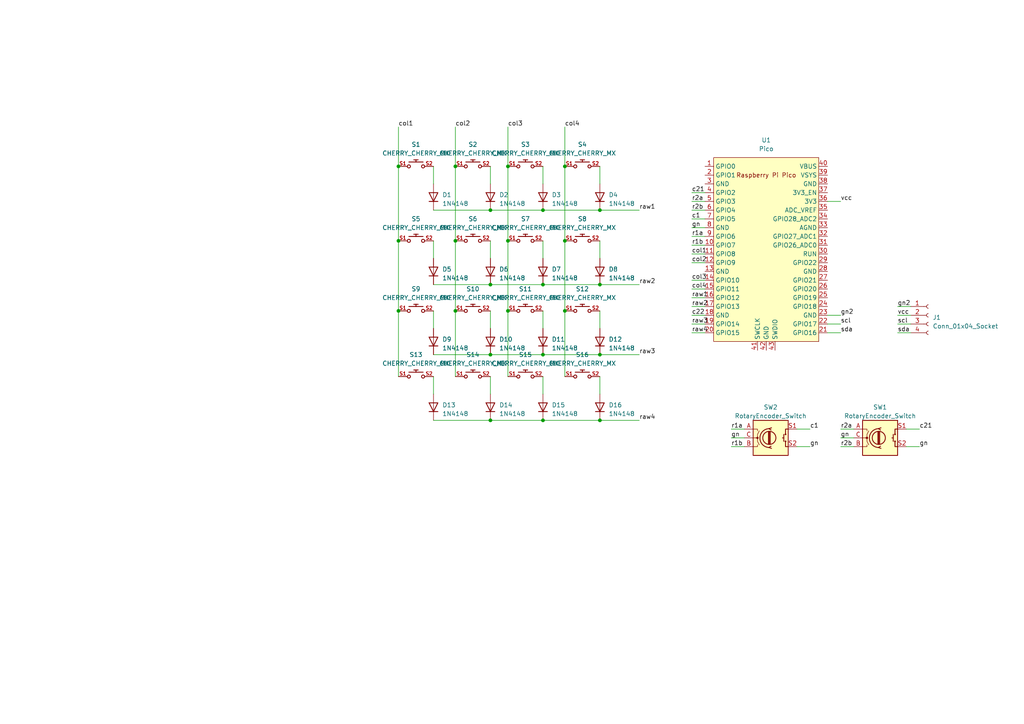
<source format=kicad_sch>
(kicad_sch (version 20230121) (generator eeschema)
  (paper "A4")
  (lib_symbols
    (symbol "CHERRY_CHERRY_MX:CHERRY_CHERRY_MX" (pin_names (offset 1.016))
      (property "Reference" "S" (at -5.08 2.54 0))
      (property "Value" "CHERRY_CHERRY_MX" (at -5.08 -2.54 0))
      (symbol "CHERRY_CHERRY_MX_0_0"
        (circle (center -2.0638 0) (radius 0.449) (stroke (width 0.254)))
        (polyline (pts (xy -2.0638 1.27) (xy 0 1.27)) (stroke (width 0.254)))
        (polyline (pts (xy 0 1.27) (xy 0 1.905)) (stroke (width 0.254)))
        (polyline (pts (xy 0 1.27) (xy 2.0638 1.27)) (stroke (width 0.254)))
        (polyline (pts (xy 0 1.905) (xy -0.635 1.905)) (stroke (width 0.254)))
        (polyline (pts (xy 0 1.905) (xy 0.635 1.905)) (stroke (width 0.254)))
        (circle (center 2.0638 0) (radius 0.449) (stroke (width 0.254)))
        (pin passive line (at -5.08 0 0) (length 2.54) (name "~") (number "S1"))
        (pin passive line (at 5.08 0 180) (length 2.54) (name "~") (number "S2"))
      )
    )
    (symbol "Connector:Conn_01x04_Socket" (pin_names (offset 1.016) hide)
      (property "Reference" "J" (at 0 5.08 0))
      (property "Value" "Conn_01x04_Socket" (at 0 -7.62 0))
      (symbol "Conn_01x04_Socket_1_1"
        (arc (start 0 -4.572) (mid -0.5058 -5.08) (end 0 -5.588) (stroke (width 0.1524)))
        (arc (start 0 -2.032) (mid -0.5058 -2.54) (end 0 -3.048) (stroke (width 0.1524)))
        (polyline (pts (xy -1.27 -5.08) (xy -0.508 -5.08)) (stroke (width 0.1524)))
        (polyline (pts (xy -1.27 -2.54) (xy -0.508 -2.54)) (stroke (width 0.1524)))
        (polyline (pts (xy -1.27 0) (xy -0.508 0)) (stroke (width 0.1524)))
        (polyline (pts (xy -1.27 2.54) (xy -0.508 2.54)) (stroke (width 0.1524)))
        (arc (start 0 0.508) (mid -0.5058 0) (end 0 -0.508) (stroke (width 0.1524)))
        (arc (start 0 3.048) (mid -0.5058 2.54) (end 0 2.032) (stroke (width 0.1524)))
        (pin passive line (at -5.08 2.54 0) (length 3.81) (name "Pin_1") (number "1"))
        (pin passive line (at -5.08 0 0) (length 3.81) (name "Pin_2") (number "2"))
        (pin passive line (at -5.08 -2.54 0) (length 3.81) (name "Pin_3") (number "3"))
        (pin passive line (at -5.08 -5.08 0) (length 3.81) (name "Pin_4") (number "4"))
      )
    )
    (symbol "Device:RotaryEncoder_Switch" (pin_names (offset 0.254) hide)
      (property "Reference" "SW" (at 0 6.604 0))
      (property "Value" "RotaryEncoder_Switch" (at 0 -6.604 0))
      (symbol "RotaryEncoder_Switch_0_1"
        (rectangle (start -5.08 5.08) (end 5.08 -5.08) (stroke (width 0.254)) (fill (type background)))
        (circle (center -3.81 0) (radius 0.254) (fill (type outline)))
        (circle (center -0.381 0) (radius 1.905) (stroke (width 0.254)))
        (arc (start -0.381 2.667) (mid -3.0988 -0.0635) (end -0.381 -2.794) (stroke (width 0.254)))
        (polyline (pts (xy -0.635 -1.778) (xy -0.635 1.778)) (stroke (width 0.254)))
        (polyline (pts (xy -0.381 -1.778) (xy -0.381 1.778)) (stroke (width 0.254)))
        (polyline (pts (xy -0.127 1.778) (xy -0.127 -1.778)) (stroke (width 0.254)))
        (polyline (pts (xy 3.81 0) (xy 3.429 0)) (stroke (width 0.254)))
        (polyline (pts (xy 3.81 1.016) (xy 3.81 -1.016)) (stroke (width 0.254)))
        (polyline (pts (xy -5.08 -2.54) (xy -3.81 -2.54) (xy -3.81 -2.032)))
        (polyline (pts (xy -5.08 2.54) (xy -3.81 2.54) (xy -3.81 2.032)))
        (polyline (pts (xy 0.254 -3.048) (xy -0.508 -2.794) (xy 0.127 -2.413)) (stroke (width 0.254)))
        (polyline (pts (xy 0.254 2.921) (xy -0.508 2.667) (xy 0.127 2.286)) (stroke (width 0.254)))
        (polyline (pts (xy 5.08 -2.54) (xy 4.318 -2.54) (xy 4.318 -1.016)) (stroke (width 0.254)))
        (polyline (pts (xy 5.08 2.54) (xy 4.318 2.54) (xy 4.318 1.016)) (stroke (width 0.254)))
        (polyline (pts (xy -5.08 0) (xy -3.81 0) (xy -3.81 -1.016) (xy -3.302 -2.032)))
        (polyline (pts (xy -4.318 0) (xy -3.81 0) (xy -3.81 1.016) (xy -3.302 2.032)))
        (circle (center 4.318 -1.016) (radius 0.127) (stroke (width 0.254)))
        (circle (center 4.318 1.016) (radius 0.127) (stroke (width 0.254)))
      )
      (symbol "RotaryEncoder_Switch_1_1"
        (pin passive line (at -7.62 2.54 0) (length 2.54) (name "A") (number "A"))
        (pin passive line (at -7.62 -2.54 0) (length 2.54) (name "B") (number "B"))
        (pin passive line (at -7.62 0 0) (length 2.54) (name "C") (number "C"))
        (pin passive line (at 7.62 2.54 180) (length 2.54) (name "S1") (number "S1"))
        (pin passive line (at 7.62 -2.54 180) (length 2.54) (name "S2") (number "S2"))
      )
    )
    (symbol "Diode:1N4148" (pin_numbers hide) (pin_names hide)
      (property "Reference" "D" (at 0 2.54 0))
      (property "Value" "1N4148" (at 0 -2.54 0))
      (symbol "1N4148_0_1"
        (polyline (pts (xy -1.27 1.27) (xy -1.27 -1.27)) (stroke (width 0.254)))
        (polyline (pts (xy 1.27 0) (xy -1.27 0)))
        (polyline (pts (xy 1.27 1.27) (xy 1.27 -1.27) (xy -1.27 0) (xy 1.27 1.27)) (stroke (width 0.254)))
      )
      (symbol "1N4148_1_1"
        (pin passive line (at -3.81 0 0) (length 2.54) (name "K") (number "1"))
        (pin passive line (at 3.81 0 180) (length 2.54) (name "A") (number "2"))
      )
    )
    (symbol "MCU_RaspberryPi_and_Boards:Pico"
      (property "Reference" "U" (at -13.97 27.94 0))
      (property "Value" "Pico" (at 0 19.05 0))
      (symbol "Pico_0_0"
        (text "Raspberry Pi Pico" (at 0 21.59 0) (effects (font (size 1.27 1.27))))
      )
      (symbol "Pico_0_1"
        (rectangle (start -15.24 26.67) (end 15.24 -26.67) (fill (type background)))
      )
      (symbol "Pico_1_1"
        (pin bidirectional line (at -17.78 24.13 0) (length 2.54) (name "GPIO0") (number "1"))
        (pin bidirectional line (at -17.78 1.27 0) (length 2.54) (name "GPIO7") (number "10"))
        (pin bidirectional line (at -17.78 -1.27 0) (length 2.54) (name "GPIO8") (number "11"))
        (pin bidirectional line (at -17.78 -3.81 0) (length 2.54) (name "GPIO9") (number "12"))
        (pin power_in line (at -17.78 -6.35 0) (length 2.54) (name "GND") (number "13"))
        (pin bidirectional line (at -17.78 -8.89 0) (length 2.54) (name "GPIO10") (number "14"))
        (pin bidirectional line (at -17.78 -11.43 0) (length 2.54) (name "GPIO11") (number "15"))
        (pin bidirectional line (at -17.78 -13.97 0) (length 2.54) (name "GPIO12") (number "16"))
        (pin bidirectional line (at -17.78 -16.51 0) (length 2.54) (name "GPIO13") (number "17"))
        (pin power_in line (at -17.78 -19.05 0) (length 2.54) (name "GND") (number "18"))
        (pin bidirectional line (at -17.78 -21.59 0) (length 2.54) (name "GPIO14") (number "19"))
        (pin bidirectional line (at -17.78 21.59 0) (length 2.54) (name "GPIO1") (number "2"))
        (pin bidirectional line (at -17.78 -24.13 0) (length 2.54) (name "GPIO15") (number "20"))
        (pin bidirectional line (at 17.78 -24.13 180) (length 2.54) (name "GPIO16") (number "21"))
        (pin bidirectional line (at 17.78 -21.59 180) (length 2.54) (name "GPIO17") (number "22"))
        (pin power_in line (at 17.78 -19.05 180) (length 2.54) (name "GND") (number "23"))
        (pin bidirectional line (at 17.78 -16.51 180) (length 2.54) (name "GPIO18") (number "24"))
        (pin bidirectional line (at 17.78 -13.97 180) (length 2.54) (name "GPIO19") (number "25"))
        (pin bidirectional line (at 17.78 -11.43 180) (length 2.54) (name "GPIO20") (number "26"))
        (pin bidirectional line (at 17.78 -8.89 180) (length 2.54) (name "GPIO21") (number "27"))
        (pin power_in line (at 17.78 -6.35 180) (length 2.54) (name "GND") (number "28"))
        (pin bidirectional line (at 17.78 -3.81 180) (length 2.54) (name "GPIO22") (number "29"))
        (pin power_in line (at -17.78 19.05 0) (length 2.54) (name "GND") (number "3"))
        (pin input line (at 17.78 -1.27 180) (length 2.54) (name "RUN") (number "30"))
        (pin bidirectional line (at 17.78 1.27 180) (length 2.54) (name "GPIO26_ADC0") (number "31"))
        (pin bidirectional line (at 17.78 3.81 180) (length 2.54) (name "GPIO27_ADC1") (number "32"))
        (pin power_in line (at 17.78 6.35 180) (length 2.54) (name "AGND") (number "33"))
        (pin bidirectional line (at 17.78 8.89 180) (length 2.54) (name "GPIO28_ADC2") (number "34"))
        (pin power_in line (at 17.78 11.43 180) (length 2.54) (name "ADC_VREF") (number "35"))
        (pin power_in line (at 17.78 13.97 180) (length 2.54) (name "3V3") (number "36"))
        (pin input line (at 17.78 16.51 180) (length 2.54) (name "3V3_EN") (number "37"))
        (pin bidirectional line (at 17.78 19.05 180) (length 2.54) (name "GND") (number "38"))
        (pin power_in line (at 17.78 21.59 180) (length 2.54) (name "VSYS") (number "39"))
        (pin bidirectional line (at -17.78 16.51 0) (length 2.54) (name "GPIO2") (number "4"))
        (pin power_in line (at 17.78 24.13 180) (length 2.54) (name "VBUS") (number "40"))
        (pin input line (at -2.54 -29.21 90) (length 2.54) (name "SWCLK") (number "41"))
        (pin power_in line (at 0 -29.21 90) (length 2.54) (name "GND") (number "42"))
        (pin bidirectional line (at 2.54 -29.21 90) (length 2.54) (name "SWDIO") (number "43"))
        (pin bidirectional line (at -17.78 13.97 0) (length 2.54) (name "GPIO3") (number "5"))
        (pin bidirectional line (at -17.78 11.43 0) (length 2.54) (name "GPIO4") (number "6"))
        (pin bidirectional line (at -17.78 8.89 0) (length 2.54) (name "GPIO5") (number "7"))
        (pin power_in line (at -17.78 6.35 0) (length 2.54) (name "GND") (number "8"))
        (pin bidirectional line (at -17.78 3.81 0) (length 2.54) (name "GPIO6") (number "9"))
      )
    )
  )
  (junction (at 115.57 69.85))
  (junction (at 157.48 82.55))
  (junction (at 157.48 121.92))
  (junction (at 173.99 121.92))
  (junction (at 147.32 69.85))
  (junction (at 173.99 60.96))
  (junction (at 132.08 90.17))
  (junction (at 157.48 102.87))
  (junction (at 163.83 48.26))
  (junction (at 147.32 90.17))
  (junction (at 115.57 90.17))
  (junction (at 157.48 60.96))
  (junction (at 173.99 82.55))
  (junction (at 142.24 82.55))
  (junction (at 163.83 90.17))
  (junction (at 142.24 121.92))
  (junction (at 147.32 48.26))
  (junction (at 115.57 48.26))
  (junction (at 163.83 69.85))
  (junction (at 173.99 102.87))
  (junction (at 132.08 48.26))
  (junction (at 132.08 69.85))
  (junction (at 142.24 102.87))
  (junction (at 142.24 60.96))
  (wire (pts (xy 125.73 82.55) (xy 142.24 82.55)))
  (wire (pts (xy 142.24 48.26) (xy 142.24 53.34)))
  (wire (pts (xy 115.57 69.85) (xy 115.57 90.17)))
  (wire (pts (xy 200.66 71.12) (xy 204.47 71.12)))
  (wire (pts (xy 212.09 127) (xy 215.9 127)))
  (wire (pts (xy 243.84 129.54) (xy 247.65 129.54)))
  (wire (pts (xy 132.08 48.26) (xy 132.08 69.85)))
  (wire (pts (xy 231.14 124.46) (xy 234.95 124.46)))
  (wire (pts (xy 142.24 102.87) (xy 157.48 102.87)))
  (wire (pts (xy 125.73 121.92) (xy 142.24 121.92)))
  (wire (pts (xy 173.99 121.92) (xy 185.42 121.92)))
  (wire (pts (xy 125.73 90.17) (xy 125.73 95.25)))
  (wire (pts (xy 147.32 69.85) (xy 147.32 90.17)))
  (wire (pts (xy 125.73 60.96) (xy 142.24 60.96)))
  (wire (pts (xy 163.83 69.85) (xy 163.83 90.17)))
  (wire (pts (xy 200.66 68.58) (xy 204.47 68.58)))
  (wire (pts (xy 157.48 109.22) (xy 157.48 114.3)))
  (wire (pts (xy 115.57 36.83) (xy 115.57 48.26)))
  (wire (pts (xy 147.32 48.26) (xy 147.32 69.85)))
  (wire (pts (xy 240.03 93.98) (xy 243.84 93.98)))
  (wire (pts (xy 200.66 73.66) (xy 204.47 73.66)))
  (wire (pts (xy 200.66 83.82) (xy 204.47 83.82)))
  (wire (pts (xy 115.57 90.17) (xy 115.57 109.22)))
  (wire (pts (xy 173.99 102.87) (xy 185.42 102.87)))
  (wire (pts (xy 163.83 90.17) (xy 163.83 109.22)))
  (wire (pts (xy 260.35 96.52) (xy 264.16 96.52)))
  (wire (pts (xy 157.48 69.85) (xy 157.48 74.93)))
  (wire (pts (xy 231.14 129.54) (xy 234.95 129.54)))
  (wire (pts (xy 200.66 76.2) (xy 204.47 76.2)))
  (wire (pts (xy 173.99 48.26) (xy 173.99 53.34)))
  (wire (pts (xy 142.24 69.85) (xy 142.24 74.93)))
  (wire (pts (xy 212.09 124.46) (xy 215.9 124.46)))
  (wire (pts (xy 173.99 82.55) (xy 185.42 82.55)))
  (wire (pts (xy 125.73 102.87) (xy 142.24 102.87)))
  (wire (pts (xy 260.35 88.9) (xy 264.16 88.9)))
  (wire (pts (xy 157.48 82.55) (xy 173.99 82.55)))
  (wire (pts (xy 240.03 58.42) (xy 243.84 58.42)))
  (wire (pts (xy 115.57 48.26) (xy 115.57 69.85)))
  (wire (pts (xy 142.24 90.17) (xy 142.24 95.25)))
  (wire (pts (xy 132.08 69.85) (xy 132.08 90.17)))
  (wire (pts (xy 260.35 91.44) (xy 264.16 91.44)))
  (wire (pts (xy 200.66 91.44) (xy 204.47 91.44)))
  (wire (pts (xy 243.84 127) (xy 247.65 127)))
  (wire (pts (xy 200.66 66.04) (xy 204.47 66.04)))
  (wire (pts (xy 200.66 60.96) (xy 204.47 60.96)))
  (wire (pts (xy 200.66 55.88) (xy 204.47 55.88)))
  (wire (pts (xy 132.08 90.17) (xy 132.08 109.22)))
  (wire (pts (xy 157.48 102.87) (xy 173.99 102.87)))
  (wire (pts (xy 163.83 36.83) (xy 163.83 48.26)))
  (wire (pts (xy 200.66 88.9) (xy 204.47 88.9)))
  (wire (pts (xy 125.73 48.26) (xy 125.73 53.34)))
  (wire (pts (xy 173.99 69.85) (xy 173.99 74.93)))
  (wire (pts (xy 262.89 124.46) (xy 266.7 124.46)))
  (wire (pts (xy 142.24 109.22) (xy 142.24 114.3)))
  (wire (pts (xy 163.83 48.26) (xy 163.83 69.85)))
  (wire (pts (xy 243.84 124.46) (xy 247.65 124.46)))
  (wire (pts (xy 157.48 60.96) (xy 173.99 60.96)))
  (wire (pts (xy 262.89 129.54) (xy 266.7 129.54)))
  (wire (pts (xy 142.24 60.96) (xy 157.48 60.96)))
  (wire (pts (xy 260.35 93.98) (xy 264.16 93.98)))
  (wire (pts (xy 240.03 96.52) (xy 243.84 96.52)))
  (wire (pts (xy 157.48 121.92) (xy 173.99 121.92)))
  (wire (pts (xy 147.32 36.83) (xy 147.32 48.26)))
  (wire (pts (xy 147.32 90.17) (xy 147.32 109.22)))
  (wire (pts (xy 142.24 82.55) (xy 157.48 82.55)))
  (wire (pts (xy 173.99 90.17) (xy 173.99 95.25)))
  (wire (pts (xy 200.66 58.42) (xy 204.47 58.42)))
  (wire (pts (xy 200.66 81.28) (xy 204.47 81.28)))
  (wire (pts (xy 142.24 121.92) (xy 157.48 121.92)))
  (wire (pts (xy 240.03 91.44) (xy 243.84 91.44)))
  (wire (pts (xy 200.66 86.36) (xy 204.47 86.36)))
  (wire (pts (xy 200.66 96.52) (xy 204.47 96.52)))
  (wire (pts (xy 125.73 69.85) (xy 125.73 74.93)))
  (wire (pts (xy 157.48 48.26) (xy 157.48 53.34)))
  (wire (pts (xy 200.66 93.98) (xy 204.47 93.98)))
  (wire (pts (xy 200.66 63.5) (xy 204.47 63.5)))
  (wire (pts (xy 125.73 109.22) (xy 125.73 114.3)))
  (wire (pts (xy 173.99 60.96) (xy 185.42 60.96)))
  (wire (pts (xy 212.09 129.54) (xy 215.9 129.54)))
  (wire (pts (xy 173.99 109.22) (xy 173.99 114.3)))
  (wire (pts (xy 132.08 36.83) (xy 132.08 48.26)))
  (wire (pts (xy 157.48 90.17) (xy 157.48 95.25)))
  (label "c22" (at 200.66 91.44 0))
  (label "c21" (at 200.66 55.88 0))
  (label "gn" (at 243.84 127 0))
  (label "scl" (at 260.35 93.98 0))
  (label "gn" (at 212.09 127 0))
  (label "gn2" (at 243.84 91.44 0))
  (label "r1b" (at 200.66 71.12 0))
  (label "sda" (at 243.84 96.52 0))
  (label "gn" (at 234.95 129.54 0))
  (label "col1" (at 115.57 36.83 0))
  (label "c21" (at 266.7 124.46 0))
  (label "raw1" (at 185.42 60.96 0))
  (label "col3" (at 147.32 36.83 0))
  (label "col4" (at 163.83 36.83 0))
  (label "vcc" (at 260.35 91.44 0))
  (label "raw4" (at 185.42 121.92 0))
  (label "col2" (at 132.08 36.83 0))
  (label "r2a" (at 200.66 58.42 0))
  (label "raw2" (at 185.42 82.55 0))
  (label "raw2" (at 200.66 88.9 0))
  (label "vcc" (at 243.84 58.42 0))
  (label "scl" (at 243.84 93.98 0))
  (label "gn2" (at 260.35 88.9 0))
  (label "r2a" (at 243.84 124.46 0))
  (label "c1" (at 200.66 63.5 0))
  (label "col2" (at 200.66 76.2 0))
  (label "r1b" (at 212.09 129.54 0))
  (label "raw3" (at 200.66 93.98 0))
  (label "raw1" (at 200.66 86.36 0))
  (label "r2b" (at 200.66 60.96 0))
  (label "r2b" (at 243.84 129.54 0))
  (label "col3" (at 200.66 81.28 0))
  (label "sda" (at 260.35 96.52 0))
  (label "gn" (at 200.66 66.04 0))
  (label "raw3" (at 185.42 102.87 0))
  (label "r1a" (at 200.66 68.58 0))
  (label "gn" (at 266.7 129.54 0))
  (label "r1a" (at 212.09 124.46 0))
  (label "col1" (at 200.66 73.66 0))
  (label "c1" (at 234.95 124.46 0))
  (label "col4" (at 200.66 83.82 0))
  (label "raw4" (at 200.66 96.52 0))
  (symbol (lib_id "CHERRY_CHERRY_MX:CHERRY_CHERRY_MX") (at 137.16 109.22 0) (unit 1)
    (property "Reference" "S14" (at 137.16 102.87 0))
    (property "Value" "CHERRY_CHERRY_MX" (at 137.16 105.41 0))
    (property "Footprint" "CHERRY_CHERRY_MX" (effects hide))
    (property "FARNELL" "2292961" (effects hide))
    (property "MOUSER" "540-MX1A-11NW" (effects hide))
  )
  (symbol (lib_id "Diode:1N4148") (at 142.24 78.74 90) (unit 1)
    (property "Reference" "D6" (at 144.78 78.105 90) (effects (justify right)))
    (property "Value" "1N4148" (at 144.78 80.645 90) (effects (justify right)))
    (property "Footprint" "Diode_THT:D_DO-35_SOD27_P7.62mm_Horizontal" (effects hide))
    (property "Datasheet" "https://assets.nexperia.com/documents/data-sheet/1N4148_1N4448.pdf" (effects hide))
    (property "Sim.Device" "D" (effects hide))
    (property "Sim.Pins" "1=K 2=A" (effects hide))
  )
  (symbol (lib_id "Diode:1N4148") (at 142.24 57.15 90) (unit 1)
    (property "Reference" "D2" (at 144.78 56.515 90) (effects (justify right)))
    (property "Value" "1N4148" (at 144.78 59.055 90) (effects (justify right)))
    (property "Footprint" "Diode_THT:D_DO-35_SOD27_P7.62mm_Horizontal" (effects hide))
    (property "Datasheet" "https://assets.nexperia.com/documents/data-sheet/1N4148_1N4448.pdf" (effects hide))
    (property "Sim.Device" "D" (effects hide))
    (property "Sim.Pins" "1=K 2=A" (effects hide))
  )
  (symbol (lib_id "Device:RotaryEncoder_Switch") (at 223.52 127 0) (unit 1)
    (property "Reference" "SW2" (at 223.52 118.11 0))
    (property "Value" "RotaryEncoder_Switch" (at 223.52 120.65 0))
  )
  (symbol (lib_id "Diode:1N4148") (at 173.99 118.11 90) (unit 1)
    (property "Reference" "D16" (at 176.53 117.475 90) (effects (justify right)))
    (property "Value" "1N4148" (at 176.53 120.015 90) (effects (justify right)))
    (property "Footprint" "Diode_THT:D_DO-35_SOD27_P7.62mm_Horizontal" (effects hide))
    (property "Datasheet" "https://assets.nexperia.com/documents/data-sheet/1N4148_1N4448.pdf" (effects hide))
    (property "Sim.Device" "D" (effects hide))
    (property "Sim.Pins" "1=K 2=A" (effects hide))
  )
  (symbol (lib_id "Diode:1N4148") (at 173.99 57.15 90) (unit 1)
    (property "Reference" "D4" (at 176.53 56.515 90) (effects (justify right)))
    (property "Value" "1N4148" (at 176.53 59.055 90) (effects (justify right)))
    (property "Footprint" "Diode_THT:D_DO-35_SOD27_P7.62mm_Horizontal" (effects hide))
    (property "Datasheet" "https://assets.nexperia.com/documents/data-sheet/1N4148_1N4448.pdf" (effects hide))
    (property "Sim.Device" "D" (effects hide))
    (property "Sim.Pins" "1=K 2=A" (effects hide))
  )
  (symbol (lib_id "Diode:1N4148") (at 157.48 78.74 90) (unit 1)
    (property "Reference" "D7" (at 160.02 78.105 90) (effects (justify right)))
    (property "Value" "1N4148" (at 160.02 80.645 90) (effects (justify right)))
    (property "Footprint" "Diode_THT:D_DO-35_SOD27_P7.62mm_Horizontal" (effects hide))
    (property "Datasheet" "https://assets.nexperia.com/documents/data-sheet/1N4148_1N4448.pdf" (effects hide))
    (property "Sim.Device" "D" (effects hide))
    (property "Sim.Pins" "1=K 2=A" (effects hide))
  )
  (symbol (lib_id "Diode:1N4148") (at 125.73 78.74 90) (unit 1)
    (property "Reference" "D5" (at 128.27 78.105 90) (effects (justify right)))
    (property "Value" "1N4148" (at 128.27 80.645 90) (effects (justify right)))
    (property "Footprint" "Diode_THT:D_DO-35_SOD27_P7.62mm_Horizontal" (effects hide))
    (property "Datasheet" "https://assets.nexperia.com/documents/data-sheet/1N4148_1N4448.pdf" (effects hide))
    (property "Sim.Device" "D" (effects hide))
    (property "Sim.Pins" "1=K 2=A" (effects hide))
  )
  (symbol (lib_id "Device:RotaryEncoder_Switch") (at 255.27 127 0) (unit 1)
    (property "Reference" "SW1" (at 255.27 118.11 0))
    (property "Value" "RotaryEncoder_Switch" (at 255.27 120.65 0))
  )
  (symbol (lib_id "CHERRY_CHERRY_MX:CHERRY_CHERRY_MX") (at 120.65 69.85 0) (unit 1)
    (property "Reference" "S5" (at 120.65 63.5 0))
    (property "Value" "CHERRY_CHERRY_MX" (at 120.65 66.04 0))
    (property "Footprint" "CHERRY_CHERRY_MX" (effects hide))
    (property "FARNELL" "2292961" (effects hide))
    (property "MOUSER" "540-MX1A-11NW" (effects hide))
  )
  (symbol (lib_id "CHERRY_CHERRY_MX:CHERRY_CHERRY_MX") (at 152.4 109.22 0) (unit 1)
    (property "Reference" "S15" (at 152.4 102.87 0))
    (property "Value" "CHERRY_CHERRY_MX" (at 152.4 105.41 0))
    (property "Footprint" "CHERRY_CHERRY_MX" (effects hide))
    (property "FARNELL" "2292961" (effects hide))
    (property "MOUSER" "540-MX1A-11NW" (effects hide))
  )
  (symbol (lib_id "Diode:1N4148") (at 125.73 118.11 90) (unit 1)
    (property "Reference" "D13" (at 128.27 117.475 90) (effects (justify right)))
    (property "Value" "1N4148" (at 128.27 120.015 90) (effects (justify right)))
    (property "Footprint" "Diode_THT:D_DO-35_SOD27_P7.62mm_Horizontal" (effects hide))
    (property "Datasheet" "https://assets.nexperia.com/documents/data-sheet/1N4148_1N4448.pdf" (effects hide))
    (property "Sim.Device" "D" (effects hide))
    (property "Sim.Pins" "1=K 2=A" (effects hide))
  )
  (symbol (lib_id "Connector:Conn_01x04_Socket") (at 269.24 91.44 0) (unit 1)
    (property "Reference" "J1" (at 270.51 92.075 0) (effects (justify left)))
    (property "Value" "Conn_01x04_Socket" (at 270.51 94.615 0) (effects (justify left)))
    (property "Footprint" "Connector_PinHeader_1.27mm:PinHeader_1x04_P1.27mm_Vertical" (effects hide))
  )
  (symbol (lib_id "CHERRY_CHERRY_MX:CHERRY_CHERRY_MX") (at 168.91 109.22 0) (unit 1)
    (property "Reference" "S16" (at 168.91 102.87 0))
    (property "Value" "CHERRY_CHERRY_MX" (at 168.91 105.41 0))
    (property "Footprint" "CHERRY_CHERRY_MX" (effects hide))
    (property "FARNELL" "2292961" (effects hide))
    (property "MOUSER" "540-MX1A-11NW" (effects hide))
  )
  (symbol (lib_id "CHERRY_CHERRY_MX:CHERRY_CHERRY_MX") (at 152.4 90.17 0) (unit 1)
    (property "Reference" "S11" (at 152.4 83.82 0))
    (property "Value" "CHERRY_CHERRY_MX" (at 152.4 86.36 0))
    (property "Footprint" "CHERRY_CHERRY_MX" (effects hide))
    (property "FARNELL" "2292961" (effects hide))
    (property "MOUSER" "540-MX1A-11NW" (effects hide))
  )
  (symbol (lib_id "CHERRY_CHERRY_MX:CHERRY_CHERRY_MX") (at 120.65 109.22 0) (unit 1)
    (property "Reference" "S13" (at 120.65 102.87 0))
    (property "Value" "CHERRY_CHERRY_MX" (at 120.65 105.41 0))
    (property "Footprint" "CHERRY_CHERRY_MX" (effects hide))
    (property "FARNELL" "2292961" (effects hide))
    (property "MOUSER" "540-MX1A-11NW" (effects hide))
  )
  (symbol (lib_id "Diode:1N4148") (at 173.99 99.06 90) (unit 1)
    (property "Reference" "D12" (at 176.53 98.425 90) (effects (justify right)))
    (property "Value" "1N4148" (at 176.53 100.965 90) (effects (justify right)))
    (property "Footprint" "Diode_THT:D_DO-35_SOD27_P7.62mm_Horizontal" (effects hide))
    (property "Datasheet" "https://assets.nexperia.com/documents/data-sheet/1N4148_1N4448.pdf" (effects hide))
    (property "Sim.Device" "D" (effects hide))
    (property "Sim.Pins" "1=K 2=A" (effects hide))
  )
  (symbol (lib_id "CHERRY_CHERRY_MX:CHERRY_CHERRY_MX") (at 137.16 90.17 0) (unit 1)
    (property "Reference" "S10" (at 137.16 83.82 0))
    (property "Value" "CHERRY_CHERRY_MX" (at 137.16 86.36 0))
    (property "Footprint" "CHERRY_CHERRY_MX" (effects hide))
    (property "FARNELL" "2292961" (effects hide))
    (property "MOUSER" "540-MX1A-11NW" (effects hide))
  )
  (symbol (lib_id "Diode:1N4148") (at 173.99 78.74 90) (unit 1)
    (property "Reference" "D8" (at 176.53 78.105 90) (effects (justify right)))
    (property "Value" "1N4148" (at 176.53 80.645 90) (effects (justify right)))
    (property "Footprint" "Diode_THT:D_DO-35_SOD27_P7.62mm_Horizontal" (effects hide))
    (property "Datasheet" "https://assets.nexperia.com/documents/data-sheet/1N4148_1N4448.pdf" (effects hide))
    (property "Sim.Device" "D" (effects hide))
    (property "Sim.Pins" "1=K 2=A" (effects hide))
  )
  (symbol (lib_id "CHERRY_CHERRY_MX:CHERRY_CHERRY_MX") (at 168.91 69.85 0) (unit 1)
    (property "Reference" "S8" (at 168.91 63.5 0))
    (property "Value" "CHERRY_CHERRY_MX" (at 168.91 66.04 0))
    (property "Footprint" "CHERRY_CHERRY_MX" (effects hide))
    (property "FARNELL" "2292961" (effects hide))
    (property "MOUSER" "540-MX1A-11NW" (effects hide))
  )
  (symbol (lib_id "Diode:1N4148") (at 142.24 118.11 90) (unit 1)
    (property "Reference" "D14" (at 144.78 117.475 90) (effects (justify right)))
    (property "Value" "1N4148" (at 144.78 120.015 90) (effects (justify right)))
    (property "Footprint" "Diode_THT:D_DO-35_SOD27_P7.62mm_Horizontal" (effects hide))
    (property "Datasheet" "https://assets.nexperia.com/documents/data-sheet/1N4148_1N4448.pdf" (effects hide))
    (property "Sim.Device" "D" (effects hide))
    (property "Sim.Pins" "1=K 2=A" (effects hide))
  )
  (symbol (lib_id "Diode:1N4148") (at 157.48 118.11 90) (unit 1)
    (property "Reference" "D15" (at 160.02 117.475 90) (effects (justify right)))
    (property "Value" "1N4148" (at 160.02 120.015 90) (effects (justify right)))
    (property "Footprint" "Diode_THT:D_DO-35_SOD27_P7.62mm_Horizontal" (effects hide))
    (property "Datasheet" "https://assets.nexperia.com/documents/data-sheet/1N4148_1N4448.pdf" (effects hide))
    (property "Sim.Device" "D" (effects hide))
    (property "Sim.Pins" "1=K 2=A" (effects hide))
  )
  (symbol (lib_id "CHERRY_CHERRY_MX:CHERRY_CHERRY_MX") (at 120.65 48.26 0) (unit 1)
    (property "Reference" "S1" (at 120.65 41.91 0))
    (property "Value" "CHERRY_CHERRY_MX" (at 120.65 44.45 0))
    (property "Footprint" "CHERRY_CHERRY_MX" (effects hide))
    (property "FARNELL" "2292961" (effects hide))
    (property "MOUSER" "540-MX1A-11NW" (effects hide))
  )
  (symbol (lib_id "CHERRY_CHERRY_MX:CHERRY_CHERRY_MX") (at 168.91 90.17 0) (unit 1)
    (property "Reference" "S12" (at 168.91 83.82 0))
    (property "Value" "CHERRY_CHERRY_MX" (at 168.91 86.36 0))
    (property "Footprint" "CHERRY_CHERRY_MX" (effects hide))
    (property "FARNELL" "2292961" (effects hide))
    (property "MOUSER" "540-MX1A-11NW" (effects hide))
  )
  (symbol (lib_id "CHERRY_CHERRY_MX:CHERRY_CHERRY_MX") (at 168.91 48.26 0) (unit 1)
    (property "Reference" "S4" (at 168.91 41.91 0))
    (property "Value" "CHERRY_CHERRY_MX" (at 168.91 44.45 0))
    (property "Footprint" "CHERRY_CHERRY_MX" (effects hide))
    (property "FARNELL" "2292961" (effects hide))
    (property "MOUSER" "540-MX1A-11NW" (effects hide))
  )
  (symbol (lib_id "Diode:1N4148") (at 125.73 99.06 90) (unit 1)
    (property "Reference" "D9" (at 128.27 98.425 90) (effects (justify right)))
    (property "Value" "1N4148" (at 128.27 100.965 90) (effects (justify right)))
    (property "Footprint" "Diode_THT:D_DO-35_SOD27_P7.62mm_Horizontal" (effects hide))
    (property "Datasheet" "https://assets.nexperia.com/documents/data-sheet/1N4148_1N4448.pdf" (effects hide))
    (property "Sim.Device" "D" (effects hide))
    (property "Sim.Pins" "1=K 2=A" (effects hide))
  )
  (symbol (lib_id "CHERRY_CHERRY_MX:CHERRY_CHERRY_MX") (at 137.16 69.85 0) (unit 1)
    (property "Reference" "S6" (at 137.16 63.5 0))
    (property "Value" "CHERRY_CHERRY_MX" (at 137.16 66.04 0))
    (property "Footprint" "CHERRY_CHERRY_MX" (effects hide))
    (property "FARNELL" "2292961" (effects hide))
    (property "MOUSER" "540-MX1A-11NW" (effects hide))
  )
  (symbol (lib_id "Diode:1N4148") (at 157.48 57.15 90) (unit 1)
    (property "Reference" "D3" (at 160.02 56.515 90) (effects (justify right)))
    (property "Value" "1N4148" (at 160.02 59.055 90) (effects (justify right)))
    (property "Footprint" "Diode_THT:D_DO-35_SOD27_P7.62mm_Horizontal" (effects hide))
    (property "Datasheet" "https://assets.nexperia.com/documents/data-sheet/1N4148_1N4448.pdf" (effects hide))
    (property "Sim.Device" "D" (effects hide))
    (property "Sim.Pins" "1=K 2=A" (effects hide))
  )
  (symbol (lib_id "CHERRY_CHERRY_MX:CHERRY_CHERRY_MX") (at 120.65 90.17 0) (unit 1)
    (property "Reference" "S9" (at 120.65 83.82 0))
    (property "Value" "CHERRY_CHERRY_MX" (at 120.65 86.36 0))
    (property "Footprint" "CHERRY_CHERRY_MX" (effects hide))
    (property "FARNELL" "2292961" (effects hide))
    (property "MOUSER" "540-MX1A-11NW" (effects hide))
  )
  (symbol (lib_id "CHERRY_CHERRY_MX:CHERRY_CHERRY_MX") (at 137.16 48.26 0) (unit 1)
    (property "Reference" "S2" (at 137.16 41.91 0))
    (property "Value" "CHERRY_CHERRY_MX" (at 137.16 44.45 0))
    (property "Footprint" "CHERRY_CHERRY_MX" (effects hide))
    (property "FARNELL" "2292961" (effects hide))
    (property "MOUSER" "540-MX1A-11NW" (effects hide))
  )
  (symbol (lib_id "Diode:1N4148") (at 157.48 99.06 90) (unit 1)
    (property "Reference" "D11" (at 160.02 98.425 90) (effects (justify right)))
    (property "Value" "1N4148" (at 160.02 100.965 90) (effects (justify right)))
    (property "Footprint" "Diode_THT:D_DO-35_SOD27_P7.62mm_Horizontal" (effects hide))
    (property "Datasheet" "https://assets.nexperia.com/documents/data-sheet/1N4148_1N4448.pdf" (effects hide))
    (property "Sim.Device" "D" (effects hide))
    (property "Sim.Pins" "1=K 2=A" (effects hide))
  )
  (symbol (lib_id "Diode:1N4148") (at 142.24 99.06 90) (unit 1)
    (property "Reference" "D10" (at 144.78 98.425 90) (effects (justify right)))
    (property "Value" "1N4148" (at 144.78 100.965 90) (effects (justify right)))
    (property "Footprint" "Diode_THT:D_DO-35_SOD27_P7.62mm_Horizontal" (effects hide))
    (property "Datasheet" "https://assets.nexperia.com/documents/data-sheet/1N4148_1N4448.pdf" (effects hide))
    (property "Sim.Device" "D" (effects hide))
    (property "Sim.Pins" "1=K 2=A" (effects hide))
  )
  (symbol (lib_id "MCU_RaspberryPi_and_Boards:Pico") (at 222.25 72.39 0) (unit 1)
    (property "Reference" "U1" (at 222.25 40.64 0))
    (property "Value" "Pico" (at 222.25 43.18 0))
    (property "Footprint" "MCU_RaspberryPi_and_Boards:RPi_Pico_SMD_TH" (effects hide))
  )
  (symbol (lib_id "CHERRY_CHERRY_MX:CHERRY_CHERRY_MX") (at 152.4 69.85 0) (unit 1)
    (property "Reference" "S7" (at 152.4 63.5 0))
    (property "Value" "CHERRY_CHERRY_MX" (at 152.4 66.04 0))
    (property "Footprint" "CHERRY_CHERRY_MX" (effects hide))
    (property "FARNELL" "2292961" (effects hide))
    (property "MOUSER" "540-MX1A-11NW" (effects hide))
  )
  (symbol (lib_id "Diode:1N4148") (at 125.73 57.15 90) (unit 1)
    (property "Reference" "D1" (at 128.27 56.515 90) (effects (justify right)))
    (property "Value" "1N4148" (at 128.27 59.055 90) (effects (justify right)))
    (property "Footprint" "Diode_THT:D_DO-35_SOD27_P7.62mm_Horizontal" (effects hide))
    (property "Datasheet" "https://assets.nexperia.com/documents/data-sheet/1N4148_1N4448.pdf" (effects hide))
    (property "Sim.Device" "D" (effects hide))
    (property "Sim.Pins" "1=K 2=A" (effects hide))
  )
  (symbol (lib_id "CHERRY_CHERRY_MX:CHERRY_CHERRY_MX") (at 152.4 48.26 0) (unit 1)
    (property "Reference" "S3" (at 152.4 41.91 0))
    (property "Value" "CHERRY_CHERRY_MX" (at 152.4 44.45 0))
    (property "Footprint" "CHERRY_CHERRY_MX" (effects hide))
    (property "FARNELL" "2292961" (effects hide))
    (property "MOUSER" "540-MX1A-11NW" (effects hide))
  )
)
</source>
